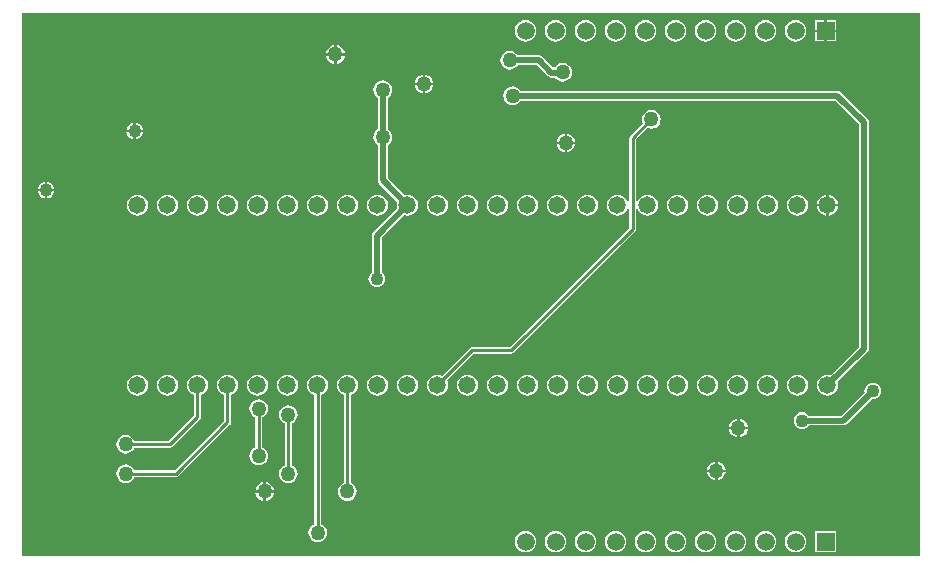
<source format=gbl>
G04*
G04 #@! TF.GenerationSoftware,Altium Limited,Altium Designer,20.2.6 (244)*
G04*
G04 Layer_Physical_Order=2*
G04 Layer_Color=16711680*
%FSLAX25Y25*%
%MOIN*%
G70*
G04*
G04 #@! TF.SameCoordinates,EFAE668D-727F-4ECC-B3F7-511A600DF1C5*
G04*
G04*
G04 #@! TF.FilePolarity,Positive*
G04*
G01*
G75*
%ADD14C,0.01000*%
%ADD42C,0.02000*%
%ADD44R,0.05906X0.05906*%
%ADD45C,0.05906*%
%ADD46C,0.05000*%
%ADD47C,0.04331*%
%ADD48C,0.05800*%
G36*
X303150Y3937D02*
X3937Y3937D01*
X3937Y185039D01*
X303150Y185039D01*
X303150Y3937D01*
D02*
G37*
%LPC*%
G36*
X275206Y182687D02*
X272054D01*
Y179534D01*
X275206D01*
Y182687D01*
D02*
G37*
G36*
X271254D02*
X268101D01*
Y179534D01*
X271254D01*
Y182687D01*
D02*
G37*
G36*
X275206Y178734D02*
X272054D01*
Y175581D01*
X275206D01*
Y178734D01*
D02*
G37*
G36*
X271254D02*
X268101D01*
Y175581D01*
X271254D01*
Y178734D01*
D02*
G37*
G36*
X261653Y182717D02*
X260726Y182595D01*
X259862Y182237D01*
X259120Y181668D01*
X258550Y180926D01*
X258192Y180061D01*
X258070Y179134D01*
X258192Y178206D01*
X258550Y177342D01*
X259120Y176600D01*
X259862Y176031D01*
X260726Y175673D01*
X261653Y175550D01*
X262581Y175673D01*
X263445Y176031D01*
X264187Y176600D01*
X264757Y177342D01*
X265115Y178206D01*
X265237Y179134D01*
X265115Y180061D01*
X264757Y180926D01*
X264187Y181668D01*
X263445Y182237D01*
X262581Y182595D01*
X261653Y182717D01*
D02*
G37*
G36*
X251654D02*
X250726Y182595D01*
X249862Y182237D01*
X249120Y181668D01*
X248550Y180926D01*
X248192Y180061D01*
X248070Y179134D01*
X248192Y178206D01*
X248550Y177342D01*
X249120Y176600D01*
X249862Y176031D01*
X250726Y175673D01*
X251654Y175550D01*
X252581Y175673D01*
X253445Y176031D01*
X254187Y176600D01*
X254757Y177342D01*
X255115Y178206D01*
X255237Y179134D01*
X255115Y180061D01*
X254757Y180926D01*
X254187Y181668D01*
X253445Y182237D01*
X252581Y182595D01*
X251654Y182717D01*
D02*
G37*
G36*
X241653D02*
X240726Y182595D01*
X239862Y182237D01*
X239120Y181668D01*
X238550Y180926D01*
X238192Y180061D01*
X238070Y179134D01*
X238192Y178206D01*
X238550Y177342D01*
X239120Y176600D01*
X239862Y176031D01*
X240726Y175673D01*
X241653Y175550D01*
X242581Y175673D01*
X243445Y176031D01*
X244187Y176600D01*
X244757Y177342D01*
X245115Y178206D01*
X245237Y179134D01*
X245115Y180061D01*
X244757Y180926D01*
X244187Y181668D01*
X243445Y182237D01*
X242581Y182595D01*
X241653Y182717D01*
D02*
G37*
G36*
X231653D02*
X230726Y182595D01*
X229862Y182237D01*
X229120Y181668D01*
X228550Y180926D01*
X228192Y180061D01*
X228070Y179134D01*
X228192Y178206D01*
X228550Y177342D01*
X229120Y176600D01*
X229862Y176031D01*
X230726Y175673D01*
X231653Y175550D01*
X232581Y175673D01*
X233445Y176031D01*
X234187Y176600D01*
X234757Y177342D01*
X235115Y178206D01*
X235237Y179134D01*
X235115Y180061D01*
X234757Y180926D01*
X234187Y181668D01*
X233445Y182237D01*
X232581Y182595D01*
X231653Y182717D01*
D02*
G37*
G36*
X221654D02*
X220726Y182595D01*
X219862Y182237D01*
X219120Y181668D01*
X218550Y180926D01*
X218192Y180061D01*
X218070Y179134D01*
X218192Y178206D01*
X218550Y177342D01*
X219120Y176600D01*
X219862Y176031D01*
X220726Y175673D01*
X221654Y175550D01*
X222581Y175673D01*
X223445Y176031D01*
X224187Y176600D01*
X224757Y177342D01*
X225115Y178206D01*
X225237Y179134D01*
X225115Y180061D01*
X224757Y180926D01*
X224187Y181668D01*
X223445Y182237D01*
X222581Y182595D01*
X221654Y182717D01*
D02*
G37*
G36*
X211653D02*
X210726Y182595D01*
X209862Y182237D01*
X209120Y181668D01*
X208550Y180926D01*
X208192Y180061D01*
X208070Y179134D01*
X208192Y178206D01*
X208550Y177342D01*
X209120Y176600D01*
X209862Y176031D01*
X210726Y175673D01*
X211653Y175550D01*
X212581Y175673D01*
X213445Y176031D01*
X214187Y176600D01*
X214757Y177342D01*
X215115Y178206D01*
X215237Y179134D01*
X215115Y180061D01*
X214757Y180926D01*
X214187Y181668D01*
X213445Y182237D01*
X212581Y182595D01*
X211653Y182717D01*
D02*
G37*
G36*
X201654D02*
X200726Y182595D01*
X199862Y182237D01*
X199120Y181668D01*
X198550Y180926D01*
X198192Y180061D01*
X198070Y179134D01*
X198192Y178206D01*
X198550Y177342D01*
X199120Y176600D01*
X199862Y176031D01*
X200726Y175673D01*
X201654Y175550D01*
X202581Y175673D01*
X203445Y176031D01*
X204187Y176600D01*
X204757Y177342D01*
X205115Y178206D01*
X205237Y179134D01*
X205115Y180061D01*
X204757Y180926D01*
X204187Y181668D01*
X203445Y182237D01*
X202581Y182595D01*
X201654Y182717D01*
D02*
G37*
G36*
X191654D02*
X190726Y182595D01*
X189862Y182237D01*
X189120Y181668D01*
X188550Y180926D01*
X188192Y180061D01*
X188070Y179134D01*
X188192Y178206D01*
X188550Y177342D01*
X189120Y176600D01*
X189862Y176031D01*
X190726Y175673D01*
X191654Y175550D01*
X192581Y175673D01*
X193445Y176031D01*
X194187Y176600D01*
X194757Y177342D01*
X195115Y178206D01*
X195237Y179134D01*
X195115Y180061D01*
X194757Y180926D01*
X194187Y181668D01*
X193445Y182237D01*
X192581Y182595D01*
X191654Y182717D01*
D02*
G37*
G36*
X181653D02*
X180726Y182595D01*
X179862Y182237D01*
X179120Y181668D01*
X178550Y180926D01*
X178192Y180061D01*
X178070Y179134D01*
X178192Y178206D01*
X178550Y177342D01*
X179120Y176600D01*
X179862Y176031D01*
X180726Y175673D01*
X181653Y175550D01*
X182581Y175673D01*
X183445Y176031D01*
X184187Y176600D01*
X184757Y177342D01*
X185115Y178206D01*
X185237Y179134D01*
X185115Y180061D01*
X184757Y180926D01*
X184187Y181668D01*
X183445Y182237D01*
X182581Y182595D01*
X181653Y182717D01*
D02*
G37*
G36*
X171653D02*
X170726Y182595D01*
X169862Y182237D01*
X169120Y181668D01*
X168550Y180926D01*
X168192Y180061D01*
X168070Y179134D01*
X168192Y178206D01*
X168550Y177342D01*
X169120Y176600D01*
X169862Y176031D01*
X170726Y175673D01*
X171653Y175550D01*
X172581Y175673D01*
X173445Y176031D01*
X174187Y176600D01*
X174757Y177342D01*
X175115Y178206D01*
X175237Y179134D01*
X175115Y180061D01*
X174757Y180926D01*
X174187Y181668D01*
X173445Y182237D01*
X172581Y182595D01*
X171653Y182717D01*
D02*
G37*
G36*
X108668Y174334D02*
Y171660D01*
X111342D01*
X111288Y172069D01*
X110976Y172823D01*
X110479Y173471D01*
X109831Y173968D01*
X109077Y174280D01*
X108668Y174334D01*
D02*
G37*
G36*
X107868D02*
X107458Y174280D01*
X106704Y173968D01*
X106057Y173471D01*
X105560Y172823D01*
X105247Y172069D01*
X105194Y171660D01*
X107868D01*
Y174334D01*
D02*
G37*
G36*
X111342Y170860D02*
X108668D01*
Y168186D01*
X109077Y168240D01*
X109831Y168552D01*
X110479Y169049D01*
X110976Y169696D01*
X111288Y170451D01*
X111342Y170860D01*
D02*
G37*
G36*
X107868D02*
X105194D01*
X105247Y170451D01*
X105560Y169696D01*
X106057Y169049D01*
X106704Y168552D01*
X107458Y168240D01*
X107868Y168186D01*
Y170860D01*
D02*
G37*
G36*
X166339Y172418D02*
X165529Y172312D01*
X164775Y171999D01*
X164128Y171502D01*
X163631Y170855D01*
X163318Y170101D01*
X163212Y169291D01*
X163318Y168482D01*
X163631Y167728D01*
X164128Y167080D01*
X164775Y166584D01*
X165529Y166271D01*
X166339Y166165D01*
X167148Y166271D01*
X167902Y166584D01*
X168550Y167080D01*
X168994Y167660D01*
X175505D01*
X179120Y164045D01*
X179650Y163691D01*
X180274Y163567D01*
X181519D01*
X181844Y163143D01*
X182492Y162646D01*
X183246Y162334D01*
X184055Y162228D01*
X184864Y162334D01*
X185618Y162646D01*
X186266Y163143D01*
X186763Y163791D01*
X187075Y164545D01*
X187182Y165354D01*
X187075Y166164D01*
X186763Y166918D01*
X186266Y167565D01*
X185618Y168062D01*
X184864Y168375D01*
X184055Y168481D01*
X183246Y168375D01*
X182492Y168062D01*
X181844Y167565D01*
X181390Y166974D01*
X180993Y166927D01*
X180849Y166931D01*
X177335Y170445D01*
X176805Y170799D01*
X176181Y170923D01*
X168994D01*
X168550Y171502D01*
X167902Y171999D01*
X167148Y172312D01*
X166339Y172418D01*
D02*
G37*
G36*
X138195Y164491D02*
Y161817D01*
X140869D01*
X140815Y162227D01*
X140503Y162981D01*
X140006Y163628D01*
X139359Y164125D01*
X138604Y164437D01*
X138195Y164491D01*
D02*
G37*
G36*
X137395D02*
X136986Y164437D01*
X136232Y164125D01*
X135584Y163628D01*
X135087Y162981D01*
X134775Y162227D01*
X134721Y161817D01*
X137395D01*
Y164491D01*
D02*
G37*
G36*
X140869Y161017D02*
X138195D01*
Y158343D01*
X138604Y158397D01*
X139359Y158710D01*
X140006Y159206D01*
X140503Y159854D01*
X140815Y160608D01*
X140869Y161017D01*
D02*
G37*
G36*
X137395D02*
X134721D01*
X134775Y160608D01*
X135087Y159854D01*
X135584Y159206D01*
X136232Y158710D01*
X136986Y158397D01*
X137395Y158343D01*
Y161017D01*
D02*
G37*
G36*
X213583Y152733D02*
X212773Y152627D01*
X212019Y152314D01*
X211372Y151817D01*
X210875Y151170D01*
X210562Y150416D01*
X210456Y149606D01*
X210562Y148797D01*
X210746Y148355D01*
X206589Y144199D01*
X206346Y143835D01*
X206260Y143405D01*
X206260Y143405D01*
Y121461D01*
X205760Y121429D01*
X205693Y121937D01*
X205341Y122789D01*
X204780Y123520D01*
X204049Y124081D01*
X203197Y124434D01*
X202284Y124554D01*
X201370Y124434D01*
X200518Y124081D01*
X199787Y123520D01*
X199226Y122789D01*
X198874Y121937D01*
X198753Y121024D01*
X198874Y120110D01*
X199226Y119258D01*
X199787Y118527D01*
X200518Y117966D01*
X201370Y117614D01*
X202284Y117493D01*
X203197Y117614D01*
X204049Y117966D01*
X204780Y118527D01*
X205341Y119258D01*
X205693Y120110D01*
X205760Y120618D01*
X206260Y120586D01*
Y113555D01*
X166465Y73759D01*
X153898D01*
X153898Y73759D01*
X153469Y73674D01*
X153105Y73431D01*
X153105Y73431D01*
X143841Y64167D01*
X143197Y64433D01*
X142283Y64554D01*
X141370Y64433D01*
X140518Y64081D01*
X139787Y63520D01*
X139226Y62789D01*
X138874Y61937D01*
X138753Y61024D01*
X138874Y60110D01*
X139226Y59259D01*
X139787Y58527D01*
X140518Y57966D01*
X141370Y57614D01*
X142283Y57493D01*
X143197Y57614D01*
X144049Y57966D01*
X144780Y58527D01*
X145341Y59259D01*
X145693Y60110D01*
X145814Y61024D01*
X145693Y61937D01*
X145427Y62581D01*
X154362Y71516D01*
X166929D01*
X166929Y71516D01*
X167358Y71602D01*
X167722Y71845D01*
X208175Y112297D01*
X208175Y112297D01*
X208418Y112661D01*
X208504Y113091D01*
X208503Y113091D01*
Y119697D01*
X209003Y119796D01*
X209226Y119258D01*
X209787Y118527D01*
X210518Y117966D01*
X211370Y117614D01*
X212283Y117493D01*
X213197Y117614D01*
X214049Y117966D01*
X214780Y118527D01*
X215341Y119258D01*
X215693Y120110D01*
X215814Y121024D01*
X215693Y121937D01*
X215341Y122789D01*
X214780Y123520D01*
X214049Y124081D01*
X213197Y124434D01*
X212283Y124554D01*
X211370Y124434D01*
X210518Y124081D01*
X209787Y123520D01*
X209226Y122789D01*
X209003Y122251D01*
X208503Y122350D01*
Y142941D01*
X212332Y146769D01*
X212773Y146586D01*
X213583Y146479D01*
X214392Y146586D01*
X215146Y146898D01*
X215794Y147395D01*
X216290Y148043D01*
X216603Y148797D01*
X216709Y149606D01*
X216603Y150416D01*
X216290Y151170D01*
X215794Y151817D01*
X215146Y152314D01*
X214392Y152627D01*
X213583Y152733D01*
D02*
G37*
G36*
X41739Y148406D02*
Y146069D01*
X44075D01*
X44033Y146391D01*
X43754Y147064D01*
X43311Y147642D01*
X42733Y148085D01*
X42061Y148363D01*
X41739Y148406D01*
D02*
G37*
G36*
X40939D02*
X40617Y148363D01*
X39944Y148085D01*
X39366Y147642D01*
X38923Y147064D01*
X38644Y146391D01*
X38602Y146069D01*
X40939D01*
Y148406D01*
D02*
G37*
G36*
X44075Y145269D02*
X41739D01*
Y142933D01*
X42061Y142975D01*
X42733Y143254D01*
X43311Y143697D01*
X43754Y144275D01*
X44033Y144947D01*
X44075Y145269D01*
D02*
G37*
G36*
X40939D02*
X38602D01*
X38644Y144947D01*
X38923Y144275D01*
X39366Y143697D01*
X39944Y143254D01*
X40617Y142975D01*
X40939Y142933D01*
Y145269D01*
D02*
G37*
G36*
X185439Y144869D02*
Y142195D01*
X188113D01*
X188060Y142604D01*
X187747Y143359D01*
X187250Y144006D01*
X186603Y144503D01*
X185849Y144816D01*
X185439Y144869D01*
D02*
G37*
G36*
X184639D02*
X184230Y144816D01*
X183476Y144503D01*
X182828Y144006D01*
X182332Y143359D01*
X182019Y142604D01*
X181965Y142195D01*
X184639D01*
Y144869D01*
D02*
G37*
G36*
X188113Y141395D02*
X185439D01*
Y138721D01*
X185849Y138775D01*
X186603Y139087D01*
X187250Y139584D01*
X187747Y140232D01*
X188060Y140986D01*
X188113Y141395D01*
D02*
G37*
G36*
X184639D02*
X181965D01*
X182019Y140986D01*
X182332Y140232D01*
X182828Y139584D01*
X183476Y139087D01*
X184230Y138775D01*
X184639Y138721D01*
Y141395D01*
D02*
G37*
G36*
X12211Y128721D02*
Y126384D01*
X14548D01*
X14505Y126706D01*
X14227Y127379D01*
X13783Y127956D01*
X13206Y128400D01*
X12533Y128678D01*
X12211Y128721D01*
D02*
G37*
G36*
X11411D02*
X11089Y128678D01*
X10416Y128400D01*
X9839Y127956D01*
X9396Y127379D01*
X9117Y126706D01*
X9075Y126384D01*
X11411D01*
Y128721D01*
D02*
G37*
G36*
X14548Y125584D02*
X12211D01*
Y123248D01*
X12533Y123290D01*
X13206Y123569D01*
X13783Y124012D01*
X14227Y124590D01*
X14505Y125262D01*
X14548Y125584D01*
D02*
G37*
G36*
X11411D02*
X9075D01*
X9117Y125262D01*
X9396Y124590D01*
X9839Y124012D01*
X10416Y123569D01*
X11089Y123290D01*
X11411Y123248D01*
Y125584D01*
D02*
G37*
G36*
X272684Y124501D02*
Y121424D01*
X275761D01*
X275693Y121937D01*
X275341Y122789D01*
X274780Y123520D01*
X274049Y124081D01*
X273197Y124434D01*
X272684Y124501D01*
D02*
G37*
G36*
X271884D02*
X271370Y124434D01*
X270518Y124081D01*
X269787Y123520D01*
X269226Y122789D01*
X268874Y121937D01*
X268806Y121424D01*
X271884D01*
Y124501D01*
D02*
G37*
G36*
X275761Y120624D02*
X272684D01*
Y117546D01*
X273197Y117614D01*
X274049Y117966D01*
X274780Y118527D01*
X275341Y119258D01*
X275693Y120110D01*
X275761Y120624D01*
D02*
G37*
G36*
X271884D02*
X268806D01*
X268874Y120110D01*
X269226Y119258D01*
X269787Y118527D01*
X270518Y117966D01*
X271370Y117614D01*
X271884Y117546D01*
Y120624D01*
D02*
G37*
G36*
X262283Y124554D02*
X261370Y124434D01*
X260518Y124081D01*
X259787Y123520D01*
X259226Y122789D01*
X258874Y121937D01*
X258753Y121024D01*
X258874Y120110D01*
X259226Y119258D01*
X259787Y118527D01*
X260518Y117966D01*
X261370Y117614D01*
X262283Y117493D01*
X263197Y117614D01*
X264049Y117966D01*
X264780Y118527D01*
X265341Y119258D01*
X265693Y120110D01*
X265814Y121024D01*
X265693Y121937D01*
X265341Y122789D01*
X264780Y123520D01*
X264049Y124081D01*
X263197Y124434D01*
X262283Y124554D01*
D02*
G37*
G36*
X252284D02*
X251370Y124434D01*
X250518Y124081D01*
X249787Y123520D01*
X249226Y122789D01*
X248874Y121937D01*
X248753Y121024D01*
X248874Y120110D01*
X249226Y119258D01*
X249787Y118527D01*
X250518Y117966D01*
X251370Y117614D01*
X252284Y117493D01*
X253197Y117614D01*
X254049Y117966D01*
X254780Y118527D01*
X255341Y119258D01*
X255693Y120110D01*
X255814Y121024D01*
X255693Y121937D01*
X255341Y122789D01*
X254780Y123520D01*
X254049Y124081D01*
X253197Y124434D01*
X252284Y124554D01*
D02*
G37*
G36*
X242284D02*
X241370Y124434D01*
X240518Y124081D01*
X239787Y123520D01*
X239226Y122789D01*
X238874Y121937D01*
X238753Y121024D01*
X238874Y120110D01*
X239226Y119258D01*
X239787Y118527D01*
X240518Y117966D01*
X241370Y117614D01*
X242284Y117493D01*
X243197Y117614D01*
X244049Y117966D01*
X244780Y118527D01*
X245341Y119258D01*
X245693Y120110D01*
X245814Y121024D01*
X245693Y121937D01*
X245341Y122789D01*
X244780Y123520D01*
X244049Y124081D01*
X243197Y124434D01*
X242284Y124554D01*
D02*
G37*
G36*
X232283D02*
X231370Y124434D01*
X230518Y124081D01*
X229787Y123520D01*
X229226Y122789D01*
X228874Y121937D01*
X228753Y121024D01*
X228874Y120110D01*
X229226Y119258D01*
X229787Y118527D01*
X230518Y117966D01*
X231370Y117614D01*
X232283Y117493D01*
X233197Y117614D01*
X234049Y117966D01*
X234780Y118527D01*
X235341Y119258D01*
X235693Y120110D01*
X235814Y121024D01*
X235693Y121937D01*
X235341Y122789D01*
X234780Y123520D01*
X234049Y124081D01*
X233197Y124434D01*
X232283Y124554D01*
D02*
G37*
G36*
X222284D02*
X221370Y124434D01*
X220518Y124081D01*
X219787Y123520D01*
X219226Y122789D01*
X218874Y121937D01*
X218753Y121024D01*
X218874Y120110D01*
X219226Y119258D01*
X219787Y118527D01*
X220518Y117966D01*
X221370Y117614D01*
X222284Y117493D01*
X223197Y117614D01*
X224049Y117966D01*
X224780Y118527D01*
X225341Y119258D01*
X225693Y120110D01*
X225814Y121024D01*
X225693Y121937D01*
X225341Y122789D01*
X224780Y123520D01*
X224049Y124081D01*
X223197Y124434D01*
X222284Y124554D01*
D02*
G37*
G36*
X192283D02*
X191370Y124434D01*
X190518Y124081D01*
X189787Y123520D01*
X189226Y122789D01*
X188874Y121937D01*
X188753Y121024D01*
X188874Y120110D01*
X189226Y119258D01*
X189787Y118527D01*
X190518Y117966D01*
X191370Y117614D01*
X192283Y117493D01*
X193197Y117614D01*
X194049Y117966D01*
X194780Y118527D01*
X195341Y119258D01*
X195693Y120110D01*
X195814Y121024D01*
X195693Y121937D01*
X195341Y122789D01*
X194780Y123520D01*
X194049Y124081D01*
X193197Y124434D01*
X192283Y124554D01*
D02*
G37*
G36*
X182283D02*
X181370Y124434D01*
X180518Y124081D01*
X179787Y123520D01*
X179226Y122789D01*
X178874Y121937D01*
X178753Y121024D01*
X178874Y120110D01*
X179226Y119258D01*
X179787Y118527D01*
X180518Y117966D01*
X181370Y117614D01*
X182283Y117493D01*
X183197Y117614D01*
X184049Y117966D01*
X184780Y118527D01*
X185341Y119258D01*
X185693Y120110D01*
X185814Y121024D01*
X185693Y121937D01*
X185341Y122789D01*
X184780Y123520D01*
X184049Y124081D01*
X183197Y124434D01*
X182283Y124554D01*
D02*
G37*
G36*
X172283D02*
X171370Y124434D01*
X170518Y124081D01*
X169787Y123520D01*
X169226Y122789D01*
X168874Y121937D01*
X168753Y121024D01*
X168874Y120110D01*
X169226Y119258D01*
X169787Y118527D01*
X170518Y117966D01*
X171370Y117614D01*
X172283Y117493D01*
X173197Y117614D01*
X174049Y117966D01*
X174780Y118527D01*
X175341Y119258D01*
X175693Y120110D01*
X175814Y121024D01*
X175693Y121937D01*
X175341Y122789D01*
X174780Y123520D01*
X174049Y124081D01*
X173197Y124434D01*
X172283Y124554D01*
D02*
G37*
G36*
X162284D02*
X161370Y124434D01*
X160518Y124081D01*
X159787Y123520D01*
X159226Y122789D01*
X158874Y121937D01*
X158753Y121024D01*
X158874Y120110D01*
X159226Y119258D01*
X159787Y118527D01*
X160518Y117966D01*
X161370Y117614D01*
X162284Y117493D01*
X163197Y117614D01*
X164049Y117966D01*
X164780Y118527D01*
X165341Y119258D01*
X165693Y120110D01*
X165814Y121024D01*
X165693Y121937D01*
X165341Y122789D01*
X164780Y123520D01*
X164049Y124081D01*
X163197Y124434D01*
X162284Y124554D01*
D02*
G37*
G36*
X152284D02*
X151370Y124434D01*
X150518Y124081D01*
X149787Y123520D01*
X149226Y122789D01*
X148874Y121937D01*
X148753Y121024D01*
X148874Y120110D01*
X149226Y119258D01*
X149787Y118527D01*
X150518Y117966D01*
X151370Y117614D01*
X152284Y117493D01*
X153197Y117614D01*
X154049Y117966D01*
X154780Y118527D01*
X155341Y119258D01*
X155693Y120110D01*
X155814Y121024D01*
X155693Y121937D01*
X155341Y122789D01*
X154780Y123520D01*
X154049Y124081D01*
X153197Y124434D01*
X152284Y124554D01*
D02*
G37*
G36*
X142283D02*
X141370Y124434D01*
X140518Y124081D01*
X139787Y123520D01*
X139226Y122789D01*
X138874Y121937D01*
X138753Y121024D01*
X138874Y120110D01*
X139226Y119258D01*
X139787Y118527D01*
X140518Y117966D01*
X141370Y117614D01*
X142283Y117493D01*
X143197Y117614D01*
X144049Y117966D01*
X144780Y118527D01*
X145341Y119258D01*
X145693Y120110D01*
X145814Y121024D01*
X145693Y121937D01*
X145341Y122789D01*
X144780Y123520D01*
X144049Y124081D01*
X143197Y124434D01*
X142283Y124554D01*
D02*
G37*
G36*
X124016Y162576D02*
X123206Y162469D01*
X122452Y162157D01*
X121805Y161660D01*
X121308Y161012D01*
X120995Y160258D01*
X120889Y159449D01*
X120995Y158640D01*
X121308Y157885D01*
X121805Y157238D01*
X122384Y156793D01*
Y146356D01*
X121805Y145912D01*
X121308Y145264D01*
X120995Y144510D01*
X120889Y143701D01*
X120995Y142892D01*
X121308Y142137D01*
X121805Y141490D01*
X122384Y141045D01*
Y129291D01*
X122509Y128667D01*
X122862Y128138D01*
X128929Y122071D01*
X128874Y121937D01*
X128753Y121024D01*
X128874Y120110D01*
X128929Y119976D01*
X120894Y111941D01*
X120540Y111412D01*
X120416Y110787D01*
Y98691D01*
X120075Y98429D01*
X119632Y97851D01*
X119353Y97179D01*
X119258Y96457D01*
X119353Y95735D01*
X119632Y95062D01*
X120075Y94484D01*
X120653Y94041D01*
X121325Y93762D01*
X122047Y93668D01*
X122769Y93762D01*
X123442Y94041D01*
X124020Y94484D01*
X124463Y95062D01*
X124741Y95735D01*
X124837Y96457D01*
X124741Y97179D01*
X124463Y97851D01*
X124020Y98429D01*
X123679Y98691D01*
Y110112D01*
X131236Y117669D01*
X131370Y117614D01*
X132283Y117493D01*
X133197Y117614D01*
X134049Y117966D01*
X134780Y118527D01*
X135341Y119258D01*
X135693Y120110D01*
X135814Y121024D01*
X135693Y121937D01*
X135341Y122789D01*
X134780Y123520D01*
X134049Y124081D01*
X133197Y124434D01*
X132283Y124554D01*
X131370Y124434D01*
X131236Y124378D01*
X125647Y129967D01*
Y141045D01*
X126227Y141490D01*
X126724Y142137D01*
X127036Y142892D01*
X127143Y143701D01*
X127036Y144510D01*
X126724Y145264D01*
X126227Y145912D01*
X125647Y146356D01*
Y156793D01*
X126227Y157238D01*
X126724Y157885D01*
X127036Y158640D01*
X127143Y159449D01*
X127036Y160258D01*
X126724Y161012D01*
X126227Y161660D01*
X125579Y162157D01*
X124825Y162469D01*
X124016Y162576D01*
D02*
G37*
G36*
X122283Y124554D02*
X121370Y124434D01*
X120518Y124081D01*
X119787Y123520D01*
X119226Y122789D01*
X118874Y121937D01*
X118753Y121024D01*
X118874Y120110D01*
X119226Y119258D01*
X119787Y118527D01*
X120518Y117966D01*
X121370Y117614D01*
X122283Y117493D01*
X123197Y117614D01*
X124049Y117966D01*
X124780Y118527D01*
X125341Y119258D01*
X125693Y120110D01*
X125814Y121024D01*
X125693Y121937D01*
X125341Y122789D01*
X124780Y123520D01*
X124049Y124081D01*
X123197Y124434D01*
X122283Y124554D01*
D02*
G37*
G36*
X112284D02*
X111370Y124434D01*
X110518Y124081D01*
X109787Y123520D01*
X109226Y122789D01*
X108874Y121937D01*
X108753Y121024D01*
X108874Y120110D01*
X109226Y119258D01*
X109787Y118527D01*
X110518Y117966D01*
X111370Y117614D01*
X112284Y117493D01*
X113197Y117614D01*
X114049Y117966D01*
X114780Y118527D01*
X115341Y119258D01*
X115693Y120110D01*
X115814Y121024D01*
X115693Y121937D01*
X115341Y122789D01*
X114780Y123520D01*
X114049Y124081D01*
X113197Y124434D01*
X112284Y124554D01*
D02*
G37*
G36*
X102284D02*
X101370Y124434D01*
X100518Y124081D01*
X99787Y123520D01*
X99226Y122789D01*
X98874Y121937D01*
X98753Y121024D01*
X98874Y120110D01*
X99226Y119258D01*
X99787Y118527D01*
X100518Y117966D01*
X101370Y117614D01*
X102284Y117493D01*
X103197Y117614D01*
X104049Y117966D01*
X104780Y118527D01*
X105341Y119258D01*
X105693Y120110D01*
X105814Y121024D01*
X105693Y121937D01*
X105341Y122789D01*
X104780Y123520D01*
X104049Y124081D01*
X103197Y124434D01*
X102284Y124554D01*
D02*
G37*
G36*
X92283D02*
X91370Y124434D01*
X90518Y124081D01*
X89787Y123520D01*
X89226Y122789D01*
X88874Y121937D01*
X88753Y121024D01*
X88874Y120110D01*
X89226Y119258D01*
X89787Y118527D01*
X90518Y117966D01*
X91370Y117614D01*
X92283Y117493D01*
X93197Y117614D01*
X94049Y117966D01*
X94780Y118527D01*
X95341Y119258D01*
X95693Y120110D01*
X95814Y121024D01*
X95693Y121937D01*
X95341Y122789D01*
X94780Y123520D01*
X94049Y124081D01*
X93197Y124434D01*
X92283Y124554D01*
D02*
G37*
G36*
X82284D02*
X81370Y124434D01*
X80518Y124081D01*
X79787Y123520D01*
X79226Y122789D01*
X78874Y121937D01*
X78753Y121024D01*
X78874Y120110D01*
X79226Y119258D01*
X79787Y118527D01*
X80518Y117966D01*
X81370Y117614D01*
X82284Y117493D01*
X83197Y117614D01*
X84049Y117966D01*
X84780Y118527D01*
X85341Y119258D01*
X85693Y120110D01*
X85814Y121024D01*
X85693Y121937D01*
X85341Y122789D01*
X84780Y123520D01*
X84049Y124081D01*
X83197Y124434D01*
X82284Y124554D01*
D02*
G37*
G36*
X72284D02*
X71370Y124434D01*
X70518Y124081D01*
X69787Y123520D01*
X69226Y122789D01*
X68874Y121937D01*
X68753Y121024D01*
X68874Y120110D01*
X69226Y119258D01*
X69787Y118527D01*
X70518Y117966D01*
X71370Y117614D01*
X72284Y117493D01*
X73197Y117614D01*
X74049Y117966D01*
X74780Y118527D01*
X75341Y119258D01*
X75693Y120110D01*
X75814Y121024D01*
X75693Y121937D01*
X75341Y122789D01*
X74780Y123520D01*
X74049Y124081D01*
X73197Y124434D01*
X72284Y124554D01*
D02*
G37*
G36*
X62283D02*
X61370Y124434D01*
X60518Y124081D01*
X59787Y123520D01*
X59226Y122789D01*
X58874Y121937D01*
X58753Y121024D01*
X58874Y120110D01*
X59226Y119258D01*
X59787Y118527D01*
X60518Y117966D01*
X61370Y117614D01*
X62283Y117493D01*
X63197Y117614D01*
X64049Y117966D01*
X64780Y118527D01*
X65341Y119258D01*
X65693Y120110D01*
X65814Y121024D01*
X65693Y121937D01*
X65341Y122789D01*
X64780Y123520D01*
X64049Y124081D01*
X63197Y124434D01*
X62283Y124554D01*
D02*
G37*
G36*
X52284D02*
X51370Y124434D01*
X50518Y124081D01*
X49787Y123520D01*
X49226Y122789D01*
X48874Y121937D01*
X48753Y121024D01*
X48874Y120110D01*
X49226Y119258D01*
X49787Y118527D01*
X50518Y117966D01*
X51370Y117614D01*
X52284Y117493D01*
X53197Y117614D01*
X54049Y117966D01*
X54780Y118527D01*
X55341Y119258D01*
X55693Y120110D01*
X55814Y121024D01*
X55693Y121937D01*
X55341Y122789D01*
X54780Y123520D01*
X54049Y124081D01*
X53197Y124434D01*
X52284Y124554D01*
D02*
G37*
G36*
X42283D02*
X41370Y124434D01*
X40518Y124081D01*
X39787Y123520D01*
X39226Y122789D01*
X38874Y121937D01*
X38753Y121024D01*
X38874Y120110D01*
X39226Y119258D01*
X39787Y118527D01*
X40518Y117966D01*
X41370Y117614D01*
X42283Y117493D01*
X43197Y117614D01*
X44049Y117966D01*
X44780Y118527D01*
X45341Y119258D01*
X45693Y120110D01*
X45814Y121024D01*
X45693Y121937D01*
X45341Y122789D01*
X44780Y123520D01*
X44049Y124081D01*
X43197Y124434D01*
X42283Y124554D01*
D02*
G37*
G36*
X167323Y160607D02*
X166514Y160501D01*
X165759Y160188D01*
X165112Y159691D01*
X164615Y159044D01*
X164303Y158290D01*
X164196Y157480D01*
X164303Y156671D01*
X164615Y155917D01*
X165112Y155269D01*
X165759Y154772D01*
X166514Y154460D01*
X167323Y154354D01*
X168132Y154460D01*
X168886Y154772D01*
X169534Y155269D01*
X169978Y155849D01*
X274915D01*
X282818Y147946D01*
Y73865D01*
X273331Y64378D01*
X273197Y64433D01*
X272284Y64554D01*
X271370Y64433D01*
X270518Y64081D01*
X269787Y63520D01*
X269226Y62789D01*
X268874Y61937D01*
X268753Y61024D01*
X268874Y60110D01*
X269226Y59259D01*
X269787Y58527D01*
X270518Y57966D01*
X271370Y57614D01*
X272284Y57493D01*
X273197Y57614D01*
X274049Y57966D01*
X274780Y58527D01*
X275341Y59259D01*
X275693Y60110D01*
X275814Y61024D01*
X275693Y61937D01*
X275638Y62071D01*
X285602Y72035D01*
X285956Y72565D01*
X286080Y73189D01*
Y148622D01*
X285956Y149246D01*
X285602Y149776D01*
X276744Y158634D01*
X276215Y158987D01*
X275591Y159112D01*
X169978D01*
X169534Y159691D01*
X168886Y160188D01*
X168132Y160501D01*
X167323Y160607D01*
D02*
G37*
G36*
X262283Y64554D02*
X261370Y64433D01*
X260518Y64081D01*
X259787Y63520D01*
X259226Y62789D01*
X258874Y61937D01*
X258753Y61024D01*
X258874Y60110D01*
X259226Y59259D01*
X259787Y58527D01*
X260518Y57966D01*
X261370Y57614D01*
X262283Y57493D01*
X263197Y57614D01*
X264049Y57966D01*
X264780Y58527D01*
X265341Y59259D01*
X265693Y60110D01*
X265814Y61024D01*
X265693Y61937D01*
X265341Y62789D01*
X264780Y63520D01*
X264049Y64081D01*
X263197Y64433D01*
X262283Y64554D01*
D02*
G37*
G36*
X252284D02*
X251370Y64433D01*
X250518Y64081D01*
X249787Y63520D01*
X249226Y62789D01*
X248874Y61937D01*
X248753Y61024D01*
X248874Y60110D01*
X249226Y59259D01*
X249787Y58527D01*
X250518Y57966D01*
X251370Y57614D01*
X252284Y57493D01*
X253197Y57614D01*
X254049Y57966D01*
X254780Y58527D01*
X255341Y59259D01*
X255693Y60110D01*
X255814Y61024D01*
X255693Y61937D01*
X255341Y62789D01*
X254780Y63520D01*
X254049Y64081D01*
X253197Y64433D01*
X252284Y64554D01*
D02*
G37*
G36*
X242284D02*
X241370Y64433D01*
X240518Y64081D01*
X239787Y63520D01*
X239226Y62789D01*
X238874Y61937D01*
X238753Y61024D01*
X238874Y60110D01*
X239226Y59259D01*
X239787Y58527D01*
X240518Y57966D01*
X241370Y57614D01*
X242284Y57493D01*
X243197Y57614D01*
X244049Y57966D01*
X244780Y58527D01*
X245341Y59259D01*
X245693Y60110D01*
X245814Y61024D01*
X245693Y61937D01*
X245341Y62789D01*
X244780Y63520D01*
X244049Y64081D01*
X243197Y64433D01*
X242284Y64554D01*
D02*
G37*
G36*
X232283D02*
X231370Y64433D01*
X230518Y64081D01*
X229787Y63520D01*
X229226Y62789D01*
X228874Y61937D01*
X228753Y61024D01*
X228874Y60110D01*
X229226Y59259D01*
X229787Y58527D01*
X230518Y57966D01*
X231370Y57614D01*
X232283Y57493D01*
X233197Y57614D01*
X234049Y57966D01*
X234780Y58527D01*
X235341Y59259D01*
X235693Y60110D01*
X235814Y61024D01*
X235693Y61937D01*
X235341Y62789D01*
X234780Y63520D01*
X234049Y64081D01*
X233197Y64433D01*
X232283Y64554D01*
D02*
G37*
G36*
X222284D02*
X221370Y64433D01*
X220518Y64081D01*
X219787Y63520D01*
X219226Y62789D01*
X218874Y61937D01*
X218753Y61024D01*
X218874Y60110D01*
X219226Y59259D01*
X219787Y58527D01*
X220518Y57966D01*
X221370Y57614D01*
X222284Y57493D01*
X223197Y57614D01*
X224049Y57966D01*
X224780Y58527D01*
X225341Y59259D01*
X225693Y60110D01*
X225814Y61024D01*
X225693Y61937D01*
X225341Y62789D01*
X224780Y63520D01*
X224049Y64081D01*
X223197Y64433D01*
X222284Y64554D01*
D02*
G37*
G36*
X212283D02*
X211370Y64433D01*
X210518Y64081D01*
X209787Y63520D01*
X209226Y62789D01*
X208874Y61937D01*
X208753Y61024D01*
X208874Y60110D01*
X209226Y59259D01*
X209787Y58527D01*
X210518Y57966D01*
X211370Y57614D01*
X212283Y57493D01*
X213197Y57614D01*
X214049Y57966D01*
X214780Y58527D01*
X215341Y59259D01*
X215693Y60110D01*
X215814Y61024D01*
X215693Y61937D01*
X215341Y62789D01*
X214780Y63520D01*
X214049Y64081D01*
X213197Y64433D01*
X212283Y64554D01*
D02*
G37*
G36*
X202284D02*
X201370Y64433D01*
X200518Y64081D01*
X199787Y63520D01*
X199226Y62789D01*
X198874Y61937D01*
X198753Y61024D01*
X198874Y60110D01*
X199226Y59259D01*
X199787Y58527D01*
X200518Y57966D01*
X201370Y57614D01*
X202284Y57493D01*
X203197Y57614D01*
X204049Y57966D01*
X204780Y58527D01*
X205341Y59259D01*
X205693Y60110D01*
X205814Y61024D01*
X205693Y61937D01*
X205341Y62789D01*
X204780Y63520D01*
X204049Y64081D01*
X203197Y64433D01*
X202284Y64554D01*
D02*
G37*
G36*
X192283D02*
X191370Y64433D01*
X190518Y64081D01*
X189787Y63520D01*
X189226Y62789D01*
X188874Y61937D01*
X188753Y61024D01*
X188874Y60110D01*
X189226Y59259D01*
X189787Y58527D01*
X190518Y57966D01*
X191370Y57614D01*
X192283Y57493D01*
X193197Y57614D01*
X194049Y57966D01*
X194780Y58527D01*
X195341Y59259D01*
X195693Y60110D01*
X195814Y61024D01*
X195693Y61937D01*
X195341Y62789D01*
X194780Y63520D01*
X194049Y64081D01*
X193197Y64433D01*
X192283Y64554D01*
D02*
G37*
G36*
X182283D02*
X181370Y64433D01*
X180518Y64081D01*
X179787Y63520D01*
X179226Y62789D01*
X178874Y61937D01*
X178753Y61024D01*
X178874Y60110D01*
X179226Y59259D01*
X179787Y58527D01*
X180518Y57966D01*
X181370Y57614D01*
X182283Y57493D01*
X183197Y57614D01*
X184049Y57966D01*
X184780Y58527D01*
X185341Y59259D01*
X185693Y60110D01*
X185814Y61024D01*
X185693Y61937D01*
X185341Y62789D01*
X184780Y63520D01*
X184049Y64081D01*
X183197Y64433D01*
X182283Y64554D01*
D02*
G37*
G36*
X172283D02*
X171370Y64433D01*
X170518Y64081D01*
X169787Y63520D01*
X169226Y62789D01*
X168874Y61937D01*
X168753Y61024D01*
X168874Y60110D01*
X169226Y59259D01*
X169787Y58527D01*
X170518Y57966D01*
X171370Y57614D01*
X172283Y57493D01*
X173197Y57614D01*
X174049Y57966D01*
X174780Y58527D01*
X175341Y59259D01*
X175693Y60110D01*
X175814Y61024D01*
X175693Y61937D01*
X175341Y62789D01*
X174780Y63520D01*
X174049Y64081D01*
X173197Y64433D01*
X172283Y64554D01*
D02*
G37*
G36*
X162284D02*
X161370Y64433D01*
X160518Y64081D01*
X159787Y63520D01*
X159226Y62789D01*
X158874Y61937D01*
X158753Y61024D01*
X158874Y60110D01*
X159226Y59259D01*
X159787Y58527D01*
X160518Y57966D01*
X161370Y57614D01*
X162284Y57493D01*
X163197Y57614D01*
X164049Y57966D01*
X164780Y58527D01*
X165341Y59259D01*
X165693Y60110D01*
X165814Y61024D01*
X165693Y61937D01*
X165341Y62789D01*
X164780Y63520D01*
X164049Y64081D01*
X163197Y64433D01*
X162284Y64554D01*
D02*
G37*
G36*
X152284D02*
X151370Y64433D01*
X150518Y64081D01*
X149787Y63520D01*
X149226Y62789D01*
X148874Y61937D01*
X148753Y61024D01*
X148874Y60110D01*
X149226Y59259D01*
X149787Y58527D01*
X150518Y57966D01*
X151370Y57614D01*
X152284Y57493D01*
X153197Y57614D01*
X154049Y57966D01*
X154780Y58527D01*
X155341Y59259D01*
X155693Y60110D01*
X155814Y61024D01*
X155693Y61937D01*
X155341Y62789D01*
X154780Y63520D01*
X154049Y64081D01*
X153197Y64433D01*
X152284Y64554D01*
D02*
G37*
G36*
X132283D02*
X131370Y64433D01*
X130518Y64081D01*
X129787Y63520D01*
X129226Y62789D01*
X128874Y61937D01*
X128753Y61024D01*
X128874Y60110D01*
X129226Y59259D01*
X129787Y58527D01*
X130518Y57966D01*
X131370Y57614D01*
X132283Y57493D01*
X133197Y57614D01*
X134049Y57966D01*
X134780Y58527D01*
X135341Y59259D01*
X135693Y60110D01*
X135814Y61024D01*
X135693Y61937D01*
X135341Y62789D01*
X134780Y63520D01*
X134049Y64081D01*
X133197Y64433D01*
X132283Y64554D01*
D02*
G37*
G36*
X122283D02*
X121370Y64433D01*
X120518Y64081D01*
X119787Y63520D01*
X119226Y62789D01*
X118874Y61937D01*
X118753Y61024D01*
X118874Y60110D01*
X119226Y59259D01*
X119787Y58527D01*
X120518Y57966D01*
X121370Y57614D01*
X122283Y57493D01*
X123197Y57614D01*
X124049Y57966D01*
X124780Y58527D01*
X125341Y59259D01*
X125693Y60110D01*
X125814Y61024D01*
X125693Y61937D01*
X125341Y62789D01*
X124780Y63520D01*
X124049Y64081D01*
X123197Y64433D01*
X122283Y64554D01*
D02*
G37*
G36*
X92283D02*
X91370Y64433D01*
X90518Y64081D01*
X89787Y63520D01*
X89226Y62789D01*
X88874Y61937D01*
X88753Y61024D01*
X88874Y60110D01*
X89226Y59259D01*
X89787Y58527D01*
X90518Y57966D01*
X91370Y57614D01*
X92283Y57493D01*
X93197Y57614D01*
X94049Y57966D01*
X94780Y58527D01*
X95341Y59259D01*
X95693Y60110D01*
X95814Y61024D01*
X95693Y61937D01*
X95341Y62789D01*
X94780Y63520D01*
X94049Y64081D01*
X93197Y64433D01*
X92283Y64554D01*
D02*
G37*
G36*
X82284D02*
X81370Y64433D01*
X80518Y64081D01*
X79787Y63520D01*
X79226Y62789D01*
X78874Y61937D01*
X78753Y61024D01*
X78874Y60110D01*
X79226Y59259D01*
X79787Y58527D01*
X80518Y57966D01*
X81370Y57614D01*
X82284Y57493D01*
X83197Y57614D01*
X84049Y57966D01*
X84780Y58527D01*
X85341Y59259D01*
X85693Y60110D01*
X85814Y61024D01*
X85693Y61937D01*
X85341Y62789D01*
X84780Y63520D01*
X84049Y64081D01*
X83197Y64433D01*
X82284Y64554D01*
D02*
G37*
G36*
X52284D02*
X51370Y64433D01*
X50518Y64081D01*
X49787Y63520D01*
X49226Y62789D01*
X48874Y61937D01*
X48753Y61024D01*
X48874Y60110D01*
X49226Y59259D01*
X49787Y58527D01*
X50518Y57966D01*
X51370Y57614D01*
X52284Y57493D01*
X53197Y57614D01*
X54049Y57966D01*
X54780Y58527D01*
X55341Y59259D01*
X55693Y60110D01*
X55814Y61024D01*
X55693Y61937D01*
X55341Y62789D01*
X54780Y63520D01*
X54049Y64081D01*
X53197Y64433D01*
X52284Y64554D01*
D02*
G37*
G36*
X42283D02*
X41370Y64433D01*
X40518Y64081D01*
X39787Y63520D01*
X39226Y62789D01*
X38874Y61937D01*
X38753Y61024D01*
X38874Y60110D01*
X39226Y59259D01*
X39787Y58527D01*
X40518Y57966D01*
X41370Y57614D01*
X42283Y57493D01*
X43197Y57614D01*
X44049Y57966D01*
X44780Y58527D01*
X45341Y59259D01*
X45693Y60110D01*
X45814Y61024D01*
X45693Y61937D01*
X45341Y62789D01*
X44780Y63520D01*
X44049Y64081D01*
X43197Y64433D01*
X42283Y64554D01*
D02*
G37*
G36*
X287402Y61844D02*
X286680Y61749D01*
X286007Y61471D01*
X285429Y61027D01*
X284986Y60450D01*
X284707Y59777D01*
X284612Y59055D01*
X284668Y58629D01*
X276883Y50844D01*
X266013D01*
X265752Y51185D01*
X265174Y51628D01*
X264501Y51907D01*
X263779Y52002D01*
X263058Y51907D01*
X262385Y51628D01*
X261807Y51185D01*
X261364Y50607D01*
X261085Y49935D01*
X260990Y49213D01*
X261085Y48491D01*
X261364Y47818D01*
X261807Y47240D01*
X262385Y46797D01*
X263058Y46518D01*
X263779Y46423D01*
X264501Y46518D01*
X265174Y46797D01*
X265752Y47240D01*
X266013Y47581D01*
X277559D01*
X278183Y47705D01*
X278713Y48059D01*
X286976Y56322D01*
X287402Y56266D01*
X288123Y56361D01*
X288796Y56640D01*
X289374Y57083D01*
X289817Y57661D01*
X290096Y58333D01*
X290191Y59055D01*
X290096Y59777D01*
X289817Y60450D01*
X289374Y61027D01*
X288796Y61471D01*
X288123Y61749D01*
X287402Y61844D01*
D02*
G37*
G36*
X243009Y49837D02*
Y47163D01*
X245683D01*
X245629Y47572D01*
X245317Y48326D01*
X244820Y48974D01*
X244172Y49471D01*
X243418Y49783D01*
X243009Y49837D01*
D02*
G37*
G36*
X242209D02*
X241800Y49783D01*
X241046Y49471D01*
X240398Y48974D01*
X239901Y48326D01*
X239589Y47572D01*
X239535Y47163D01*
X242209D01*
Y49837D01*
D02*
G37*
G36*
X245683Y46363D02*
X243009D01*
Y43689D01*
X243418Y43743D01*
X244172Y44055D01*
X244820Y44552D01*
X245317Y45200D01*
X245629Y45954D01*
X245683Y46363D01*
D02*
G37*
G36*
X242209D02*
X239535D01*
X239589Y45954D01*
X239901Y45200D01*
X240398Y44552D01*
X241046Y44055D01*
X241800Y43743D01*
X242209Y43689D01*
Y46363D01*
D02*
G37*
G36*
X62283Y64554D02*
X61370Y64433D01*
X60518Y64081D01*
X59787Y63520D01*
X59226Y62789D01*
X58874Y61937D01*
X58753Y61024D01*
X58874Y60110D01*
X59226Y59259D01*
X59787Y58527D01*
X60518Y57966D01*
X61162Y57700D01*
Y50937D01*
X52685Y42460D01*
X41277D01*
X41094Y42902D01*
X40597Y43549D01*
X39949Y44046D01*
X39195Y44359D01*
X38386Y44465D01*
X37577Y44359D01*
X36822Y44046D01*
X36175Y43549D01*
X35678Y42902D01*
X35366Y42148D01*
X35259Y41339D01*
X35366Y40529D01*
X35678Y39775D01*
X36175Y39128D01*
X36822Y38631D01*
X37577Y38318D01*
X38386Y38212D01*
X39195Y38318D01*
X39949Y38631D01*
X40597Y39128D01*
X41094Y39775D01*
X41277Y40217D01*
X53150D01*
X53150Y40217D01*
X53579Y40302D01*
X53943Y40545D01*
X63077Y49679D01*
X63077Y49679D01*
X63320Y50043D01*
X63405Y50472D01*
X63405Y50472D01*
Y57700D01*
X64049Y57966D01*
X64780Y58527D01*
X65341Y59259D01*
X65693Y60110D01*
X65814Y61024D01*
X65693Y61937D01*
X65341Y62789D01*
X64780Y63520D01*
X64049Y64081D01*
X63197Y64433D01*
X62283Y64554D01*
D02*
G37*
G36*
X82677Y56276D02*
X81868Y56170D01*
X81114Y55857D01*
X80466Y55361D01*
X79969Y54713D01*
X79657Y53959D01*
X79550Y53150D01*
X79657Y52340D01*
X79969Y51586D01*
X80466Y50939D01*
X81114Y50442D01*
X81556Y50259D01*
Y40292D01*
X81114Y40109D01*
X80466Y39612D01*
X79969Y38965D01*
X79657Y38211D01*
X79550Y37402D01*
X79657Y36592D01*
X79969Y35838D01*
X80466Y35191D01*
X81114Y34694D01*
X81868Y34381D01*
X82677Y34275D01*
X83486Y34381D01*
X84241Y34694D01*
X84888Y35191D01*
X85385Y35838D01*
X85697Y36592D01*
X85804Y37402D01*
X85697Y38211D01*
X85385Y38965D01*
X84888Y39612D01*
X84241Y40109D01*
X83799Y40292D01*
Y50259D01*
X84241Y50442D01*
X84888Y50939D01*
X85385Y51586D01*
X85697Y52340D01*
X85804Y53150D01*
X85697Y53959D01*
X85385Y54713D01*
X84888Y55361D01*
X84241Y55857D01*
X83486Y56170D01*
X82677Y56276D01*
D02*
G37*
G36*
X235636Y35554D02*
Y32880D01*
X238310D01*
X238256Y33290D01*
X237944Y34044D01*
X237447Y34691D01*
X236800Y35188D01*
X236046Y35500D01*
X235636Y35554D01*
D02*
G37*
G36*
X234836D02*
X234427Y35500D01*
X233673Y35188D01*
X233025Y34691D01*
X232528Y34044D01*
X232216Y33290D01*
X232162Y32880D01*
X234836D01*
Y35554D01*
D02*
G37*
G36*
X72284Y64554D02*
X71370Y64433D01*
X70518Y64081D01*
X69787Y63520D01*
X69226Y62789D01*
X68874Y61937D01*
X68753Y61024D01*
X68874Y60110D01*
X69226Y59259D01*
X69787Y58527D01*
X70518Y57966D01*
X71162Y57700D01*
Y49126D01*
X54654Y32618D01*
X41277D01*
X41094Y33059D01*
X40597Y33707D01*
X39949Y34204D01*
X39195Y34516D01*
X38386Y34623D01*
X37577Y34516D01*
X36822Y34204D01*
X36175Y33707D01*
X35678Y33059D01*
X35366Y32305D01*
X35259Y31496D01*
X35366Y30687D01*
X35678Y29933D01*
X36175Y29285D01*
X36822Y28788D01*
X37577Y28476D01*
X38386Y28369D01*
X39195Y28476D01*
X39949Y28788D01*
X40597Y29285D01*
X41094Y29933D01*
X41277Y30375D01*
X55118D01*
X55118Y30375D01*
X55547Y30460D01*
X55911Y30703D01*
X73076Y47868D01*
X73076Y47868D01*
X73320Y48232D01*
X73405Y48661D01*
Y57700D01*
X74049Y57966D01*
X74780Y58527D01*
X75341Y59259D01*
X75693Y60110D01*
X75814Y61024D01*
X75693Y61937D01*
X75341Y62789D01*
X74780Y63520D01*
X74049Y64081D01*
X73197Y64433D01*
X72284Y64554D01*
D02*
G37*
G36*
X238310Y32080D02*
X235636D01*
Y29406D01*
X236046Y29460D01*
X236800Y29772D01*
X237447Y30269D01*
X237944Y30917D01*
X238256Y31671D01*
X238310Y32080D01*
D02*
G37*
G36*
X234836D02*
X232162D01*
X232216Y31671D01*
X232528Y30917D01*
X233025Y30269D01*
X233673Y29772D01*
X234427Y29460D01*
X234836Y29406D01*
Y32080D01*
D02*
G37*
G36*
X92520Y54308D02*
X91710Y54201D01*
X90956Y53889D01*
X90309Y53392D01*
X89812Y52745D01*
X89499Y51990D01*
X89393Y51181D01*
X89499Y50372D01*
X89812Y49618D01*
X90309Y48970D01*
X90956Y48473D01*
X91398Y48290D01*
Y34387D01*
X90956Y34204D01*
X90309Y33707D01*
X89812Y33059D01*
X89499Y32305D01*
X89393Y31496D01*
X89499Y30687D01*
X89812Y29933D01*
X90309Y29285D01*
X90956Y28788D01*
X91710Y28476D01*
X92520Y28369D01*
X93329Y28476D01*
X94083Y28788D01*
X94731Y29285D01*
X95227Y29933D01*
X95540Y30687D01*
X95646Y31496D01*
X95540Y32305D01*
X95227Y33059D01*
X94731Y33707D01*
X94083Y34204D01*
X93641Y34387D01*
Y48290D01*
X94083Y48473D01*
X94731Y48970D01*
X95227Y49618D01*
X95540Y50372D01*
X95646Y51181D01*
X95540Y51990D01*
X95227Y52745D01*
X94731Y53392D01*
X94083Y53889D01*
X93329Y54201D01*
X92520Y54308D01*
D02*
G37*
G36*
X85046Y28665D02*
Y25991D01*
X87720D01*
X87666Y26400D01*
X87353Y27154D01*
X86857Y27801D01*
X86209Y28298D01*
X85455Y28611D01*
X85046Y28665D01*
D02*
G37*
G36*
X84246D02*
X83836Y28611D01*
X83082Y28298D01*
X82435Y27801D01*
X81938Y27154D01*
X81625Y26400D01*
X81572Y25991D01*
X84246D01*
Y28665D01*
D02*
G37*
G36*
X87720Y25190D02*
X85046D01*
Y22516D01*
X85455Y22570D01*
X86209Y22883D01*
X86857Y23380D01*
X87353Y24027D01*
X87666Y24781D01*
X87720Y25190D01*
D02*
G37*
G36*
X84246D02*
X81572D01*
X81625Y24781D01*
X81938Y24027D01*
X82435Y23380D01*
X83082Y22883D01*
X83836Y22570D01*
X84246Y22516D01*
Y25190D01*
D02*
G37*
G36*
X112284Y64554D02*
X111370Y64433D01*
X110518Y64081D01*
X109787Y63520D01*
X109226Y62789D01*
X108874Y61937D01*
X108753Y61024D01*
X108874Y60110D01*
X109226Y59259D01*
X109787Y58527D01*
X110518Y57966D01*
X111123Y57716D01*
Y28498D01*
X110641Y28298D01*
X109994Y27801D01*
X109497Y27154D01*
X109185Y26400D01*
X109078Y25591D01*
X109185Y24781D01*
X109497Y24027D01*
X109994Y23380D01*
X110641Y22883D01*
X111396Y22570D01*
X112205Y22464D01*
X113014Y22570D01*
X113768Y22883D01*
X114416Y23380D01*
X114913Y24027D01*
X115225Y24781D01*
X115331Y25591D01*
X115225Y26400D01*
X114913Y27154D01*
X114416Y27801D01*
X113768Y28298D01*
X113366Y28465D01*
Y57683D01*
X114049Y57966D01*
X114780Y58527D01*
X115341Y59259D01*
X115693Y60110D01*
X115814Y61024D01*
X115693Y61937D01*
X115341Y62789D01*
X114780Y63520D01*
X114049Y64081D01*
X113197Y64433D01*
X112284Y64554D01*
D02*
G37*
G36*
X102284D02*
X101370Y64433D01*
X100518Y64081D01*
X99787Y63520D01*
X99226Y62789D01*
X98874Y61937D01*
X98753Y61024D01*
X98874Y60110D01*
X99226Y59259D01*
X99787Y58527D01*
X100518Y57966D01*
X101201Y57683D01*
Y14686D01*
X100799Y14519D01*
X100151Y14022D01*
X99654Y13374D01*
X99342Y12620D01*
X99235Y11811D01*
X99342Y11002D01*
X99654Y10248D01*
X100151Y9600D01*
X100799Y9103D01*
X101553Y8791D01*
X102362Y8684D01*
X103172Y8791D01*
X103926Y9103D01*
X104573Y9600D01*
X105070Y10248D01*
X105382Y11002D01*
X105489Y11811D01*
X105382Y12620D01*
X105070Y13374D01*
X104573Y14022D01*
X103926Y14519D01*
X103444Y14718D01*
Y57716D01*
X104049Y57966D01*
X104780Y58527D01*
X105341Y59259D01*
X105693Y60110D01*
X105814Y61024D01*
X105693Y61937D01*
X105341Y62789D01*
X104780Y63520D01*
X104049Y64081D01*
X103197Y64433D01*
X102284Y64554D01*
D02*
G37*
G36*
X275206Y12411D02*
X268101D01*
Y5305D01*
X275206D01*
Y12411D01*
D02*
G37*
G36*
X261653Y12442D02*
X260726Y12320D01*
X259862Y11962D01*
X259120Y11392D01*
X258550Y10650D01*
X258192Y9786D01*
X258070Y8858D01*
X258192Y7931D01*
X258550Y7067D01*
X259120Y6324D01*
X259862Y5755D01*
X260726Y5397D01*
X261653Y5275D01*
X262581Y5397D01*
X263445Y5755D01*
X264187Y6324D01*
X264757Y7067D01*
X265115Y7931D01*
X265237Y8858D01*
X265115Y9786D01*
X264757Y10650D01*
X264187Y11392D01*
X263445Y11962D01*
X262581Y12320D01*
X261653Y12442D01*
D02*
G37*
G36*
X251654D02*
X250726Y12320D01*
X249862Y11962D01*
X249120Y11392D01*
X248550Y10650D01*
X248192Y9786D01*
X248070Y8858D01*
X248192Y7931D01*
X248550Y7067D01*
X249120Y6324D01*
X249862Y5755D01*
X250726Y5397D01*
X251654Y5275D01*
X252581Y5397D01*
X253445Y5755D01*
X254187Y6324D01*
X254757Y7067D01*
X255115Y7931D01*
X255237Y8858D01*
X255115Y9786D01*
X254757Y10650D01*
X254187Y11392D01*
X253445Y11962D01*
X252581Y12320D01*
X251654Y12442D01*
D02*
G37*
G36*
X241653D02*
X240726Y12320D01*
X239862Y11962D01*
X239120Y11392D01*
X238550Y10650D01*
X238192Y9786D01*
X238070Y8858D01*
X238192Y7931D01*
X238550Y7067D01*
X239120Y6324D01*
X239862Y5755D01*
X240726Y5397D01*
X241653Y5275D01*
X242581Y5397D01*
X243445Y5755D01*
X244187Y6324D01*
X244757Y7067D01*
X245115Y7931D01*
X245237Y8858D01*
X245115Y9786D01*
X244757Y10650D01*
X244187Y11392D01*
X243445Y11962D01*
X242581Y12320D01*
X241653Y12442D01*
D02*
G37*
G36*
X231653D02*
X230726Y12320D01*
X229862Y11962D01*
X229120Y11392D01*
X228550Y10650D01*
X228192Y9786D01*
X228070Y8858D01*
X228192Y7931D01*
X228550Y7067D01*
X229120Y6324D01*
X229862Y5755D01*
X230726Y5397D01*
X231653Y5275D01*
X232581Y5397D01*
X233445Y5755D01*
X234187Y6324D01*
X234757Y7067D01*
X235115Y7931D01*
X235237Y8858D01*
X235115Y9786D01*
X234757Y10650D01*
X234187Y11392D01*
X233445Y11962D01*
X232581Y12320D01*
X231653Y12442D01*
D02*
G37*
G36*
X221654D02*
X220726Y12320D01*
X219862Y11962D01*
X219120Y11392D01*
X218550Y10650D01*
X218192Y9786D01*
X218070Y8858D01*
X218192Y7931D01*
X218550Y7067D01*
X219120Y6324D01*
X219862Y5755D01*
X220726Y5397D01*
X221654Y5275D01*
X222581Y5397D01*
X223445Y5755D01*
X224187Y6324D01*
X224757Y7067D01*
X225115Y7931D01*
X225237Y8858D01*
X225115Y9786D01*
X224757Y10650D01*
X224187Y11392D01*
X223445Y11962D01*
X222581Y12320D01*
X221654Y12442D01*
D02*
G37*
G36*
X211653D02*
X210726Y12320D01*
X209862Y11962D01*
X209120Y11392D01*
X208550Y10650D01*
X208192Y9786D01*
X208070Y8858D01*
X208192Y7931D01*
X208550Y7067D01*
X209120Y6324D01*
X209862Y5755D01*
X210726Y5397D01*
X211653Y5275D01*
X212581Y5397D01*
X213445Y5755D01*
X214187Y6324D01*
X214757Y7067D01*
X215115Y7931D01*
X215237Y8858D01*
X215115Y9786D01*
X214757Y10650D01*
X214187Y11392D01*
X213445Y11962D01*
X212581Y12320D01*
X211653Y12442D01*
D02*
G37*
G36*
X201654D02*
X200726Y12320D01*
X199862Y11962D01*
X199120Y11392D01*
X198550Y10650D01*
X198192Y9786D01*
X198070Y8858D01*
X198192Y7931D01*
X198550Y7067D01*
X199120Y6324D01*
X199862Y5755D01*
X200726Y5397D01*
X201654Y5275D01*
X202581Y5397D01*
X203445Y5755D01*
X204187Y6324D01*
X204757Y7067D01*
X205115Y7931D01*
X205237Y8858D01*
X205115Y9786D01*
X204757Y10650D01*
X204187Y11392D01*
X203445Y11962D01*
X202581Y12320D01*
X201654Y12442D01*
D02*
G37*
G36*
X191654D02*
X190726Y12320D01*
X189862Y11962D01*
X189120Y11392D01*
X188550Y10650D01*
X188192Y9786D01*
X188070Y8858D01*
X188192Y7931D01*
X188550Y7067D01*
X189120Y6324D01*
X189862Y5755D01*
X190726Y5397D01*
X191654Y5275D01*
X192581Y5397D01*
X193445Y5755D01*
X194187Y6324D01*
X194757Y7067D01*
X195115Y7931D01*
X195237Y8858D01*
X195115Y9786D01*
X194757Y10650D01*
X194187Y11392D01*
X193445Y11962D01*
X192581Y12320D01*
X191654Y12442D01*
D02*
G37*
G36*
X181653D02*
X180726Y12320D01*
X179862Y11962D01*
X179120Y11392D01*
X178550Y10650D01*
X178192Y9786D01*
X178070Y8858D01*
X178192Y7931D01*
X178550Y7067D01*
X179120Y6324D01*
X179862Y5755D01*
X180726Y5397D01*
X181653Y5275D01*
X182581Y5397D01*
X183445Y5755D01*
X184187Y6324D01*
X184757Y7067D01*
X185115Y7931D01*
X185237Y8858D01*
X185115Y9786D01*
X184757Y10650D01*
X184187Y11392D01*
X183445Y11962D01*
X182581Y12320D01*
X181653Y12442D01*
D02*
G37*
G36*
X171653D02*
X170726Y12320D01*
X169862Y11962D01*
X169120Y11392D01*
X168550Y10650D01*
X168192Y9786D01*
X168070Y8858D01*
X168192Y7931D01*
X168550Y7067D01*
X169120Y6324D01*
X169862Y5755D01*
X170726Y5397D01*
X171653Y5275D01*
X172581Y5397D01*
X173445Y5755D01*
X174187Y6324D01*
X174757Y7067D01*
X175115Y7931D01*
X175237Y8858D01*
X175115Y9786D01*
X174757Y10650D01*
X174187Y11392D01*
X173445Y11962D01*
X172581Y12320D01*
X171653Y12442D01*
D02*
G37*
%LPD*%
D14*
X142283Y61024D02*
X153898Y72638D01*
X166929D02*
X207382Y113091D01*
X153898Y72638D02*
X166929D01*
X207382Y143405D02*
X213583Y149606D01*
X207382Y113091D02*
Y143405D01*
X102284Y61024D02*
X102323Y60984D01*
Y11850D02*
Y60984D01*
Y11850D02*
X102362Y11811D01*
X112244Y60984D02*
X112284Y61024D01*
X112244Y25630D02*
Y60984D01*
X112205Y25591D02*
X112244Y25630D01*
X38386Y41339D02*
X53150D01*
X62283Y50472D01*
Y61024D01*
X55118Y31496D02*
X72284Y48661D01*
X38386Y31496D02*
X55118D01*
X72284Y48661D02*
Y61024D01*
X82677Y37402D02*
Y53150D01*
X92520Y31496D02*
Y51181D01*
D42*
X275591Y157480D02*
X284449Y148622D01*
X272284Y61024D02*
X284449Y73189D01*
Y148622D01*
X167323Y157480D02*
X275591D01*
X176181Y169291D02*
X180274Y165199D01*
X183899D02*
X184055Y165354D01*
X180274Y165199D02*
X183899D01*
X166339Y169291D02*
X176181D01*
X124016Y143701D02*
Y159449D01*
Y129291D02*
Y143701D01*
X263779Y49213D02*
X277559D01*
X122047Y96457D02*
Y110787D01*
X132283Y121024D01*
X124016Y129291D02*
X132283Y121024D01*
X277559Y49213D02*
X287402Y59055D01*
D44*
X271654Y179134D02*
D03*
Y8858D02*
D03*
D45*
X261653Y179134D02*
D03*
X251654D02*
D03*
X241653D02*
D03*
X231653D02*
D03*
X221654D02*
D03*
X211653D02*
D03*
X201654D02*
D03*
X191654D02*
D03*
X181653D02*
D03*
X171653D02*
D03*
X261653Y8858D02*
D03*
X251654D02*
D03*
X241653D02*
D03*
X231653D02*
D03*
X221654D02*
D03*
X211653D02*
D03*
X201654D02*
D03*
X191654D02*
D03*
X181653D02*
D03*
X171653D02*
D03*
D46*
X184055Y165354D02*
D03*
X185039Y141795D02*
D03*
X213583Y149606D02*
D03*
X137795Y161417D02*
D03*
X167323Y157480D02*
D03*
X166339Y169291D02*
D03*
X235236Y32480D02*
D03*
X84646Y25591D02*
D03*
X102362Y11811D02*
D03*
X112205Y25591D02*
D03*
X38386Y41339D02*
D03*
Y31496D02*
D03*
X92520Y51181D02*
D03*
Y31496D02*
D03*
X108268Y171260D02*
D03*
X82677Y53150D02*
D03*
X242609Y46763D02*
D03*
X82677Y37402D02*
D03*
X124016Y143701D02*
D03*
Y159449D02*
D03*
D47*
X122047Y96457D02*
D03*
X11811Y125984D02*
D03*
X41339Y145669D02*
D03*
X263779Y49213D02*
D03*
X287402Y59055D02*
D03*
D48*
X252284Y121024D02*
D03*
X242284D02*
D03*
X232283D02*
D03*
X222284D02*
D03*
X212283D02*
D03*
X202284D02*
D03*
X192283D02*
D03*
X182283D02*
D03*
X172283D02*
D03*
X162284D02*
D03*
X152284D02*
D03*
X142283D02*
D03*
Y61024D02*
D03*
X152284D02*
D03*
X162284D02*
D03*
X172283D02*
D03*
X182283D02*
D03*
X192283D02*
D03*
X202284D02*
D03*
X212283D02*
D03*
X222284D02*
D03*
X232283D02*
D03*
X242284D02*
D03*
X262283Y121024D02*
D03*
X252284Y61024D02*
D03*
X262283D02*
D03*
X272284Y121024D02*
D03*
Y61024D02*
D03*
X132283Y121024D02*
D03*
Y61024D02*
D03*
X122283Y121024D02*
D03*
X112284D02*
D03*
X102284D02*
D03*
X92283D02*
D03*
X82284D02*
D03*
X72284D02*
D03*
X62283D02*
D03*
X52284D02*
D03*
X42283D02*
D03*
Y61024D02*
D03*
X52284D02*
D03*
X62283D02*
D03*
X72284D02*
D03*
X82284D02*
D03*
X92283D02*
D03*
X102284D02*
D03*
X112284D02*
D03*
X122283D02*
D03*
M02*

</source>
